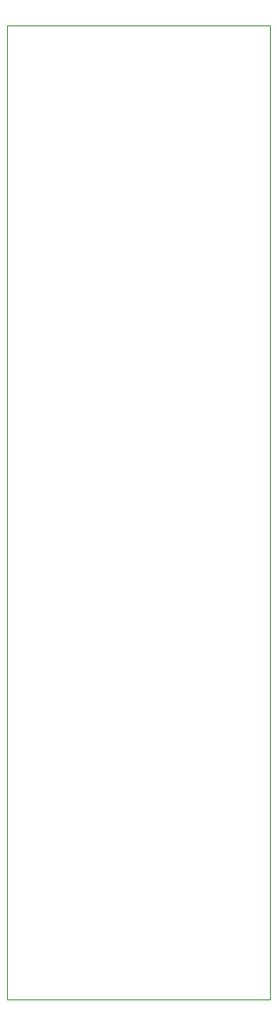
<source format=gbr>
%TF.GenerationSoftware,KiCad,Pcbnew,(6.0.8)*%
%TF.CreationDate,2023-01-14T12:08:14-06:00*%
%TF.ProjectId,xilinix-programming-adapter,78696c69-6e69-4782-9d70-726f6772616d,rev?*%
%TF.SameCoordinates,Original*%
%TF.FileFunction,Profile,NP*%
%FSLAX46Y46*%
G04 Gerber Fmt 4.6, Leading zero omitted, Abs format (unit mm)*
G04 Created by KiCad (PCBNEW (6.0.8)) date 2023-01-14 12:08:14*
%MOMM*%
%LPD*%
G01*
G04 APERTURE LIST*
%TA.AperFunction,Profile*%
%ADD10C,0.100000*%
%TD*%
G04 APERTURE END LIST*
D10*
X124460000Y-55880000D02*
X149860000Y-55880000D01*
X149860000Y-55880000D02*
X149860000Y-149860000D01*
X149860000Y-149860000D02*
X124460000Y-149860000D01*
X124460000Y-149860000D02*
X124460000Y-55880000D01*
M02*

</source>
